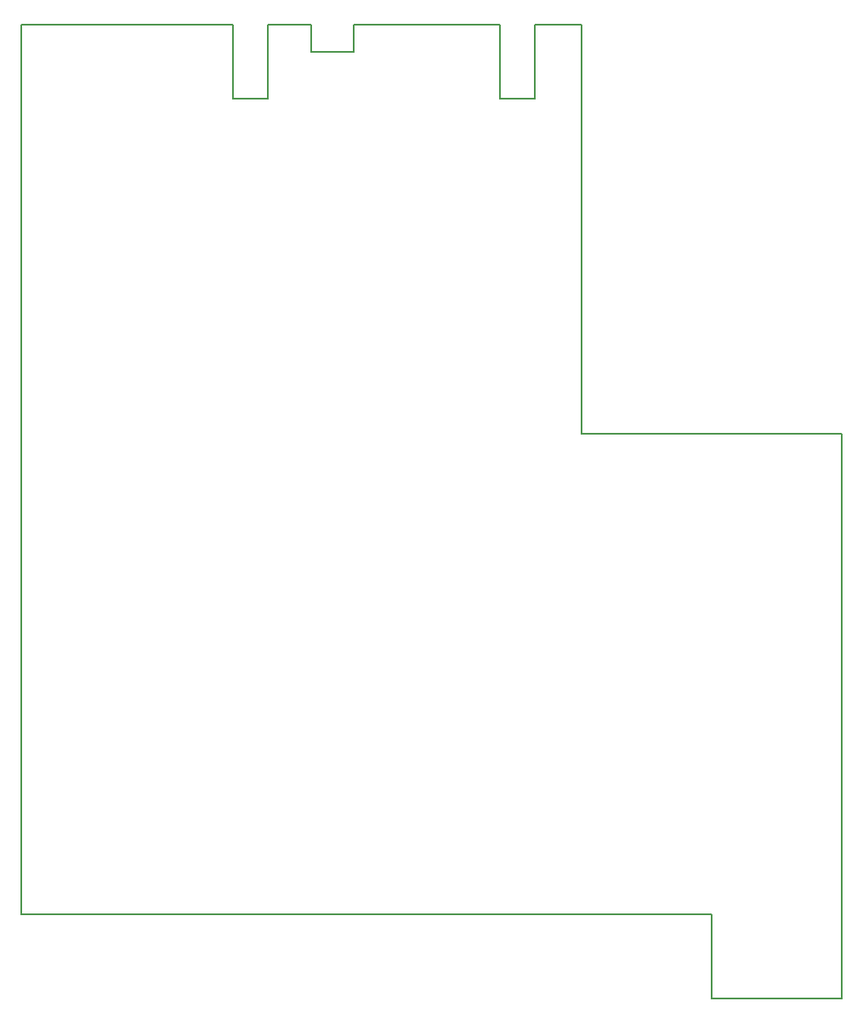
<source format=gto>
G04 MADE WITH FRITZING*
G04 WWW.FRITZING.ORG*
G04 DOUBLE SIDED*
G04 HOLES PLATED*
G04 CONTOUR ON CENTER OF CONTOUR VECTOR*
%ASAXBY*%
%FSLAX23Y23*%
%MOIN*%
%OFA0B0*%
%SFA1.0B1.0*%
%ADD10C,0.005906*%
%LNSILK1*%
G90*
G70*
G54D10*
X3Y3821D02*
X3Y336D01*
X2709Y336D01*
X2709Y3D01*
X3219Y3D01*
X3219Y2219D01*
X2199Y2219D01*
X2199Y3821D01*
X2015Y3821D01*
X2015Y3532D01*
X1878Y3532D01*
X1878Y3821D01*
X1306Y3821D01*
X1306Y3716D01*
X1141Y3716D01*
X1141Y3821D01*
X969Y3821D01*
X969Y3532D01*
X833Y3532D01*
X833Y3821D01*
X3Y3821D01*
D02*
G04 End of Silk1*
M02*
</source>
